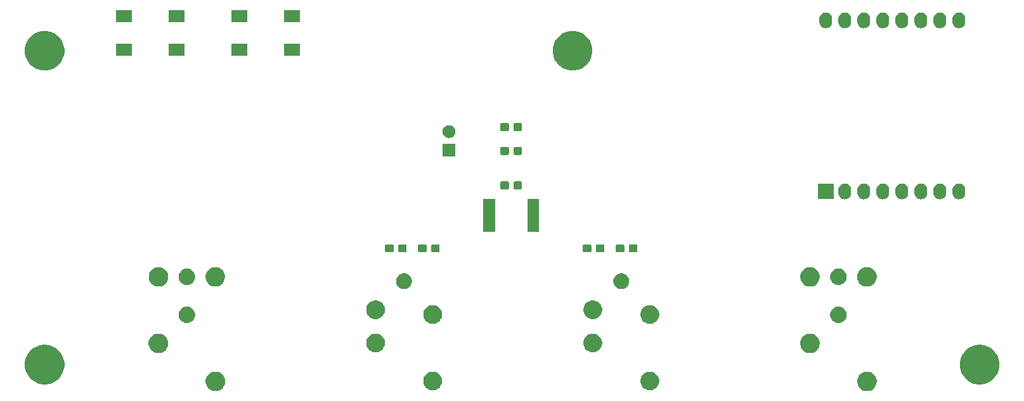
<source format=gbr>
G04 #@! TF.GenerationSoftware,KiCad,Pcbnew,5.1.4+dfsg1-1*
G04 #@! TF.CreationDate,2020-04-24T21:08:45-06:00*
G04 #@! TF.ProjectId,balanced-xlr,62616c61-6e63-4656-942d-786c722e6b69,rev?*
G04 #@! TF.SameCoordinates,Original*
G04 #@! TF.FileFunction,Soldermask,Top*
G04 #@! TF.FilePolarity,Negative*
%FSLAX46Y46*%
G04 Gerber Fmt 4.6, Leading zero omitted, Abs format (unit mm)*
G04 Created by KiCad (PCBNEW 5.1.4+dfsg1-1) date 2020-04-24 21:08:45*
%MOMM*%
%LPD*%
G04 APERTURE LIST*
%ADD10C,0.100000*%
G04 APERTURE END LIST*
D10*
G36*
X155689487Y-129138996D02*
G01*
X155912516Y-129231378D01*
X155926255Y-129237069D01*
X156139339Y-129379447D01*
X156320553Y-129560661D01*
X156445349Y-129747431D01*
X156462932Y-129773747D01*
X156561004Y-130010513D01*
X156611000Y-130261861D01*
X156611000Y-130518139D01*
X156561004Y-130769487D01*
X156493453Y-130932569D01*
X156462931Y-131006255D01*
X156320553Y-131219339D01*
X156139339Y-131400553D01*
X155926255Y-131542931D01*
X155926254Y-131542932D01*
X155926253Y-131542932D01*
X155689487Y-131641004D01*
X155438139Y-131691000D01*
X155181861Y-131691000D01*
X154930513Y-131641004D01*
X154693747Y-131542932D01*
X154693746Y-131542932D01*
X154693745Y-131542931D01*
X154480661Y-131400553D01*
X154299447Y-131219339D01*
X154157069Y-131006255D01*
X154126547Y-130932569D01*
X154058996Y-130769487D01*
X154009000Y-130518139D01*
X154009000Y-130261861D01*
X154058996Y-130010513D01*
X154157068Y-129773747D01*
X154174652Y-129747431D01*
X154299447Y-129560661D01*
X154480661Y-129379447D01*
X154693745Y-129237069D01*
X154707484Y-129231378D01*
X154930513Y-129138996D01*
X155181861Y-129089000D01*
X155438139Y-129089000D01*
X155689487Y-129138996D01*
X155689487Y-129138996D01*
G37*
G36*
X68689487Y-129138996D02*
G01*
X68912516Y-129231378D01*
X68926255Y-129237069D01*
X69139339Y-129379447D01*
X69320553Y-129560661D01*
X69445349Y-129747431D01*
X69462932Y-129773747D01*
X69561004Y-130010513D01*
X69611000Y-130261861D01*
X69611000Y-130518139D01*
X69561004Y-130769487D01*
X69493453Y-130932569D01*
X69462931Y-131006255D01*
X69320553Y-131219339D01*
X69139339Y-131400553D01*
X68926255Y-131542931D01*
X68926254Y-131542932D01*
X68926253Y-131542932D01*
X68689487Y-131641004D01*
X68438139Y-131691000D01*
X68181861Y-131691000D01*
X67930513Y-131641004D01*
X67693747Y-131542932D01*
X67693746Y-131542932D01*
X67693745Y-131542931D01*
X67480661Y-131400553D01*
X67299447Y-131219339D01*
X67157069Y-131006255D01*
X67126547Y-130932569D01*
X67058996Y-130769487D01*
X67009000Y-130518139D01*
X67009000Y-130261861D01*
X67058996Y-130010513D01*
X67157068Y-129773747D01*
X67174652Y-129747431D01*
X67299447Y-129560661D01*
X67480661Y-129379447D01*
X67693745Y-129237069D01*
X67707484Y-129231378D01*
X67930513Y-129138996D01*
X68181861Y-129089000D01*
X68438139Y-129089000D01*
X68689487Y-129138996D01*
X68689487Y-129138996D01*
G37*
G36*
X97674903Y-129137075D02*
G01*
X97902571Y-129231378D01*
X98107466Y-129368285D01*
X98281715Y-129542534D01*
X98281716Y-129542536D01*
X98418623Y-129747431D01*
X98512925Y-129975097D01*
X98561000Y-130216786D01*
X98561000Y-130463214D01*
X98512925Y-130704903D01*
X98486174Y-130769487D01*
X98418622Y-130932571D01*
X98281715Y-131137466D01*
X98107466Y-131311715D01*
X97902571Y-131448622D01*
X97902570Y-131448623D01*
X97902569Y-131448623D01*
X97674903Y-131542925D01*
X97433214Y-131591000D01*
X97186786Y-131591000D01*
X96945097Y-131542925D01*
X96717431Y-131448623D01*
X96717430Y-131448623D01*
X96717429Y-131448622D01*
X96512534Y-131311715D01*
X96338285Y-131137466D01*
X96201378Y-130932571D01*
X96133827Y-130769487D01*
X96107075Y-130704903D01*
X96059000Y-130463214D01*
X96059000Y-130216786D01*
X96107075Y-129975097D01*
X96201377Y-129747431D01*
X96338284Y-129542536D01*
X96338285Y-129542534D01*
X96512534Y-129368285D01*
X96717429Y-129231378D01*
X96945097Y-129137075D01*
X97186786Y-129089000D01*
X97433214Y-129089000D01*
X97674903Y-129137075D01*
X97674903Y-129137075D01*
G37*
G36*
X126674903Y-129137075D02*
G01*
X126902571Y-129231378D01*
X127107466Y-129368285D01*
X127281715Y-129542534D01*
X127281716Y-129542536D01*
X127418623Y-129747431D01*
X127512925Y-129975097D01*
X127561000Y-130216786D01*
X127561000Y-130463214D01*
X127512925Y-130704903D01*
X127486174Y-130769487D01*
X127418622Y-130932571D01*
X127281715Y-131137466D01*
X127107466Y-131311715D01*
X126902571Y-131448622D01*
X126902570Y-131448623D01*
X126902569Y-131448623D01*
X126674903Y-131542925D01*
X126433214Y-131591000D01*
X126186786Y-131591000D01*
X125945097Y-131542925D01*
X125717431Y-131448623D01*
X125717430Y-131448623D01*
X125717429Y-131448622D01*
X125512534Y-131311715D01*
X125338285Y-131137466D01*
X125201378Y-130932571D01*
X125133827Y-130769487D01*
X125107075Y-130704903D01*
X125059000Y-130463214D01*
X125059000Y-130216786D01*
X125107075Y-129975097D01*
X125201377Y-129747431D01*
X125338284Y-129542536D01*
X125338285Y-129542534D01*
X125512534Y-129368285D01*
X125717429Y-129231378D01*
X125945097Y-129137075D01*
X126186786Y-129089000D01*
X126433214Y-129089000D01*
X126674903Y-129137075D01*
X126674903Y-129137075D01*
G37*
G36*
X46017184Y-125549938D02*
G01*
X46273268Y-125600876D01*
X46331274Y-125624903D01*
X46755718Y-125800713D01*
X46943601Y-125926253D01*
X47189914Y-126090834D01*
X47559166Y-126460086D01*
X47705212Y-126678659D01*
X47849287Y-126894282D01*
X48049124Y-127376733D01*
X48151000Y-127888898D01*
X48151000Y-128411102D01*
X48049124Y-128923267D01*
X47849287Y-129405718D01*
X47849286Y-129405719D01*
X47559166Y-129839914D01*
X47189914Y-130209166D01*
X47178508Y-130216787D01*
X46755718Y-130499287D01*
X46473105Y-130616349D01*
X46273268Y-130699124D01*
X46017184Y-130750062D01*
X45761102Y-130801000D01*
X45238898Y-130801000D01*
X44982816Y-130750062D01*
X44726732Y-130699124D01*
X44526895Y-130616349D01*
X44244282Y-130499287D01*
X43821492Y-130216787D01*
X43810086Y-130209166D01*
X43440834Y-129839914D01*
X43150714Y-129405719D01*
X43150713Y-129405718D01*
X42950876Y-128923267D01*
X42849000Y-128411102D01*
X42849000Y-127888898D01*
X42950876Y-127376733D01*
X43150713Y-126894282D01*
X43294788Y-126678659D01*
X43440834Y-126460086D01*
X43810086Y-126090834D01*
X44056399Y-125926253D01*
X44244282Y-125800713D01*
X44668726Y-125624903D01*
X44726732Y-125600876D01*
X44982816Y-125549938D01*
X45238898Y-125499000D01*
X45761102Y-125499000D01*
X46017184Y-125549938D01*
X46017184Y-125549938D01*
G37*
G36*
X170867184Y-125549938D02*
G01*
X171123268Y-125600876D01*
X171181274Y-125624903D01*
X171605718Y-125800713D01*
X171793601Y-125926253D01*
X172039914Y-126090834D01*
X172409166Y-126460086D01*
X172555212Y-126678659D01*
X172699287Y-126894282D01*
X172899124Y-127376733D01*
X173001000Y-127888898D01*
X173001000Y-128411102D01*
X172899124Y-128923267D01*
X172699287Y-129405718D01*
X172699286Y-129405719D01*
X172409166Y-129839914D01*
X172039914Y-130209166D01*
X172028508Y-130216787D01*
X171605718Y-130499287D01*
X171323105Y-130616349D01*
X171123268Y-130699124D01*
X170867184Y-130750062D01*
X170611102Y-130801000D01*
X170088898Y-130801000D01*
X169832816Y-130750062D01*
X169576732Y-130699124D01*
X169376895Y-130616349D01*
X169094282Y-130499287D01*
X168671492Y-130216787D01*
X168660086Y-130209166D01*
X168290834Y-129839914D01*
X168000714Y-129405719D01*
X168000713Y-129405718D01*
X167800876Y-128923267D01*
X167699000Y-128411102D01*
X167699000Y-127888898D01*
X167800876Y-127376733D01*
X168000713Y-126894282D01*
X168144788Y-126678659D01*
X168290834Y-126460086D01*
X168660086Y-126090834D01*
X168906399Y-125926253D01*
X169094282Y-125800713D01*
X169518726Y-125624903D01*
X169576732Y-125600876D01*
X169832816Y-125549938D01*
X170088898Y-125499000D01*
X170611102Y-125499000D01*
X170867184Y-125549938D01*
X170867184Y-125549938D01*
G37*
G36*
X148069487Y-124058996D02*
G01*
X148292516Y-124151378D01*
X148306255Y-124157069D01*
X148519339Y-124299447D01*
X148700553Y-124480661D01*
X148825349Y-124667431D01*
X148842932Y-124693747D01*
X148941004Y-124930513D01*
X148991000Y-125181861D01*
X148991000Y-125438139D01*
X148941004Y-125689487D01*
X148894932Y-125800714D01*
X148842931Y-125926255D01*
X148700553Y-126139339D01*
X148519339Y-126320553D01*
X148306255Y-126462931D01*
X148306254Y-126462932D01*
X148306253Y-126462932D01*
X148069487Y-126561004D01*
X147818139Y-126611000D01*
X147561861Y-126611000D01*
X147310513Y-126561004D01*
X147073747Y-126462932D01*
X147073746Y-126462932D01*
X147073745Y-126462931D01*
X146860661Y-126320553D01*
X146679447Y-126139339D01*
X146537069Y-125926255D01*
X146485068Y-125800714D01*
X146438996Y-125689487D01*
X146389000Y-125438139D01*
X146389000Y-125181861D01*
X146438996Y-124930513D01*
X146537068Y-124693747D01*
X146554652Y-124667431D01*
X146679447Y-124480661D01*
X146860661Y-124299447D01*
X147073745Y-124157069D01*
X147087484Y-124151378D01*
X147310513Y-124058996D01*
X147561861Y-124009000D01*
X147818139Y-124009000D01*
X148069487Y-124058996D01*
X148069487Y-124058996D01*
G37*
G36*
X61069487Y-124058996D02*
G01*
X61292516Y-124151378D01*
X61306255Y-124157069D01*
X61519339Y-124299447D01*
X61700553Y-124480661D01*
X61825349Y-124667431D01*
X61842932Y-124693747D01*
X61941004Y-124930513D01*
X61991000Y-125181861D01*
X61991000Y-125438139D01*
X61941004Y-125689487D01*
X61894932Y-125800714D01*
X61842931Y-125926255D01*
X61700553Y-126139339D01*
X61519339Y-126320553D01*
X61306255Y-126462931D01*
X61306254Y-126462932D01*
X61306253Y-126462932D01*
X61069487Y-126561004D01*
X60818139Y-126611000D01*
X60561861Y-126611000D01*
X60310513Y-126561004D01*
X60073747Y-126462932D01*
X60073746Y-126462932D01*
X60073745Y-126462931D01*
X59860661Y-126320553D01*
X59679447Y-126139339D01*
X59537069Y-125926255D01*
X59485068Y-125800714D01*
X59438996Y-125689487D01*
X59389000Y-125438139D01*
X59389000Y-125181861D01*
X59438996Y-124930513D01*
X59537068Y-124693747D01*
X59554652Y-124667431D01*
X59679447Y-124480661D01*
X59860661Y-124299447D01*
X60073745Y-124157069D01*
X60087484Y-124151378D01*
X60310513Y-124058996D01*
X60561861Y-124009000D01*
X60818139Y-124009000D01*
X61069487Y-124058996D01*
X61069487Y-124058996D01*
G37*
G36*
X90054903Y-124057075D02*
G01*
X90282571Y-124151378D01*
X90487466Y-124288285D01*
X90661715Y-124462534D01*
X90661716Y-124462536D01*
X90798623Y-124667431D01*
X90892925Y-124895097D01*
X90941000Y-125136786D01*
X90941000Y-125383214D01*
X90892925Y-125624903D01*
X90866174Y-125689487D01*
X90798622Y-125852571D01*
X90661715Y-126057466D01*
X90487466Y-126231715D01*
X90282571Y-126368622D01*
X90282570Y-126368623D01*
X90282569Y-126368623D01*
X90054903Y-126462925D01*
X89813214Y-126511000D01*
X89566786Y-126511000D01*
X89325097Y-126462925D01*
X89097431Y-126368623D01*
X89097430Y-126368623D01*
X89097429Y-126368622D01*
X88892534Y-126231715D01*
X88718285Y-126057466D01*
X88581378Y-125852571D01*
X88513827Y-125689487D01*
X88487075Y-125624903D01*
X88439000Y-125383214D01*
X88439000Y-125136786D01*
X88487075Y-124895097D01*
X88581377Y-124667431D01*
X88718284Y-124462536D01*
X88718285Y-124462534D01*
X88892534Y-124288285D01*
X89097429Y-124151378D01*
X89325097Y-124057075D01*
X89566786Y-124009000D01*
X89813214Y-124009000D01*
X90054903Y-124057075D01*
X90054903Y-124057075D01*
G37*
G36*
X119054903Y-124057075D02*
G01*
X119282571Y-124151378D01*
X119487466Y-124288285D01*
X119661715Y-124462534D01*
X119661716Y-124462536D01*
X119798623Y-124667431D01*
X119892925Y-124895097D01*
X119941000Y-125136786D01*
X119941000Y-125383214D01*
X119892925Y-125624903D01*
X119866174Y-125689487D01*
X119798622Y-125852571D01*
X119661715Y-126057466D01*
X119487466Y-126231715D01*
X119282571Y-126368622D01*
X119282570Y-126368623D01*
X119282569Y-126368623D01*
X119054903Y-126462925D01*
X118813214Y-126511000D01*
X118566786Y-126511000D01*
X118325097Y-126462925D01*
X118097431Y-126368623D01*
X118097430Y-126368623D01*
X118097429Y-126368622D01*
X117892534Y-126231715D01*
X117718285Y-126057466D01*
X117581378Y-125852571D01*
X117513827Y-125689487D01*
X117487075Y-125624903D01*
X117439000Y-125383214D01*
X117439000Y-125136786D01*
X117487075Y-124895097D01*
X117581377Y-124667431D01*
X117718284Y-124462536D01*
X117718285Y-124462534D01*
X117892534Y-124288285D01*
X118097429Y-124151378D01*
X118325097Y-124057075D01*
X118566786Y-124009000D01*
X118813214Y-124009000D01*
X119054903Y-124057075D01*
X119054903Y-124057075D01*
G37*
G36*
X97550999Y-120222429D02*
G01*
X97674903Y-120247075D01*
X97902571Y-120341378D01*
X98107466Y-120478285D01*
X98281715Y-120652534D01*
X98418622Y-120857429D01*
X98512925Y-121085097D01*
X98561000Y-121326787D01*
X98561000Y-121573213D01*
X98512925Y-121814903D01*
X98418622Y-122042571D01*
X98281715Y-122247466D01*
X98107466Y-122421715D01*
X97902571Y-122558622D01*
X97902570Y-122558623D01*
X97902569Y-122558623D01*
X97674903Y-122652925D01*
X97433214Y-122701000D01*
X97186786Y-122701000D01*
X96945097Y-122652925D01*
X96717431Y-122558623D01*
X96717430Y-122558623D01*
X96717429Y-122558622D01*
X96512534Y-122421715D01*
X96338285Y-122247466D01*
X96201378Y-122042571D01*
X96107075Y-121814903D01*
X96059000Y-121573213D01*
X96059000Y-121326787D01*
X96107075Y-121085097D01*
X96201378Y-120857429D01*
X96338285Y-120652534D01*
X96512534Y-120478285D01*
X96717429Y-120341378D01*
X96945097Y-120247075D01*
X97069001Y-120222429D01*
X97186786Y-120199000D01*
X97433214Y-120199000D01*
X97550999Y-120222429D01*
X97550999Y-120222429D01*
G37*
G36*
X126550999Y-120222429D02*
G01*
X126674903Y-120247075D01*
X126902571Y-120341378D01*
X127107466Y-120478285D01*
X127281715Y-120652534D01*
X127418622Y-120857429D01*
X127512925Y-121085097D01*
X127561000Y-121326787D01*
X127561000Y-121573213D01*
X127512925Y-121814903D01*
X127418622Y-122042571D01*
X127281715Y-122247466D01*
X127107466Y-122421715D01*
X126902571Y-122558622D01*
X126902570Y-122558623D01*
X126902569Y-122558623D01*
X126674903Y-122652925D01*
X126433214Y-122701000D01*
X126186786Y-122701000D01*
X125945097Y-122652925D01*
X125717431Y-122558623D01*
X125717430Y-122558623D01*
X125717429Y-122558622D01*
X125512534Y-122421715D01*
X125338285Y-122247466D01*
X125201378Y-122042571D01*
X125107075Y-121814903D01*
X125059000Y-121573213D01*
X125059000Y-121326787D01*
X125107075Y-121085097D01*
X125201378Y-120857429D01*
X125338285Y-120652534D01*
X125512534Y-120478285D01*
X125717429Y-120341378D01*
X125945097Y-120247075D01*
X126069001Y-120222429D01*
X126186786Y-120199000D01*
X126433214Y-120199000D01*
X126550999Y-120222429D01*
X126550999Y-120222429D01*
G37*
G36*
X151714794Y-120420155D02*
G01*
X151821150Y-120441311D01*
X151910410Y-120478284D01*
X152021520Y-120524307D01*
X152201844Y-120644795D01*
X152355205Y-120798156D01*
X152475693Y-120978480D01*
X152558689Y-121178851D01*
X152601000Y-121391560D01*
X152601000Y-121608440D01*
X152600199Y-121612466D01*
X152559932Y-121814903D01*
X152558689Y-121821149D01*
X152475693Y-122021520D01*
X152355205Y-122201844D01*
X152201844Y-122355205D01*
X152021520Y-122475693D01*
X151821150Y-122558689D01*
X151714794Y-122579845D01*
X151608440Y-122601000D01*
X151391560Y-122601000D01*
X151285206Y-122579845D01*
X151178850Y-122558689D01*
X150978480Y-122475693D01*
X150798156Y-122355205D01*
X150644795Y-122201844D01*
X150524307Y-122021520D01*
X150441311Y-121821149D01*
X150440069Y-121814903D01*
X150399801Y-121612466D01*
X150399000Y-121608440D01*
X150399000Y-121391560D01*
X150441311Y-121178851D01*
X150524307Y-120978480D01*
X150644795Y-120798156D01*
X150798156Y-120644795D01*
X150978480Y-120524307D01*
X151089590Y-120478284D01*
X151178850Y-120441311D01*
X151285206Y-120420155D01*
X151391560Y-120399000D01*
X151608440Y-120399000D01*
X151714794Y-120420155D01*
X151714794Y-120420155D01*
G37*
G36*
X64714794Y-120420155D02*
G01*
X64821150Y-120441311D01*
X64910410Y-120478284D01*
X65021520Y-120524307D01*
X65201844Y-120644795D01*
X65355205Y-120798156D01*
X65475693Y-120978480D01*
X65558689Y-121178851D01*
X65601000Y-121391560D01*
X65601000Y-121608440D01*
X65600199Y-121612466D01*
X65559932Y-121814903D01*
X65558689Y-121821149D01*
X65475693Y-122021520D01*
X65355205Y-122201844D01*
X65201844Y-122355205D01*
X65021520Y-122475693D01*
X64821150Y-122558689D01*
X64714794Y-122579845D01*
X64608440Y-122601000D01*
X64391560Y-122601000D01*
X64285206Y-122579845D01*
X64178850Y-122558689D01*
X63978480Y-122475693D01*
X63798156Y-122355205D01*
X63644795Y-122201844D01*
X63524307Y-122021520D01*
X63441311Y-121821149D01*
X63440069Y-121814903D01*
X63399801Y-121612466D01*
X63399000Y-121608440D01*
X63399000Y-121391560D01*
X63441311Y-121178851D01*
X63524307Y-120978480D01*
X63644795Y-120798156D01*
X63798156Y-120644795D01*
X63978480Y-120524307D01*
X64089590Y-120478284D01*
X64178850Y-120441311D01*
X64285206Y-120420155D01*
X64391560Y-120399000D01*
X64608440Y-120399000D01*
X64714794Y-120420155D01*
X64714794Y-120420155D01*
G37*
G36*
X90054903Y-119612075D02*
G01*
X90282571Y-119706378D01*
X90487466Y-119843285D01*
X90661715Y-120017534D01*
X90661716Y-120017536D01*
X90798623Y-120222431D01*
X90892925Y-120450097D01*
X90941000Y-120691786D01*
X90941000Y-120938214D01*
X90932990Y-120978481D01*
X90892925Y-121179903D01*
X90798622Y-121407571D01*
X90661715Y-121612466D01*
X90487466Y-121786715D01*
X90282571Y-121923622D01*
X90282570Y-121923623D01*
X90282569Y-121923623D01*
X90054903Y-122017925D01*
X89813214Y-122066000D01*
X89566786Y-122066000D01*
X89325097Y-122017925D01*
X89097431Y-121923623D01*
X89097430Y-121923623D01*
X89097429Y-121923622D01*
X88892534Y-121786715D01*
X88718285Y-121612466D01*
X88581378Y-121407571D01*
X88487075Y-121179903D01*
X88447010Y-120978481D01*
X88439000Y-120938214D01*
X88439000Y-120691786D01*
X88487075Y-120450097D01*
X88581377Y-120222431D01*
X88718284Y-120017536D01*
X88718285Y-120017534D01*
X88892534Y-119843285D01*
X89097429Y-119706378D01*
X89325097Y-119612075D01*
X89566786Y-119564000D01*
X89813214Y-119564000D01*
X90054903Y-119612075D01*
X90054903Y-119612075D01*
G37*
G36*
X119054903Y-119612075D02*
G01*
X119282571Y-119706378D01*
X119487466Y-119843285D01*
X119661715Y-120017534D01*
X119661716Y-120017536D01*
X119798623Y-120222431D01*
X119892925Y-120450097D01*
X119941000Y-120691786D01*
X119941000Y-120938214D01*
X119932990Y-120978481D01*
X119892925Y-121179903D01*
X119798622Y-121407571D01*
X119661715Y-121612466D01*
X119487466Y-121786715D01*
X119282571Y-121923622D01*
X119282570Y-121923623D01*
X119282569Y-121923623D01*
X119054903Y-122017925D01*
X118813214Y-122066000D01*
X118566786Y-122066000D01*
X118325097Y-122017925D01*
X118097431Y-121923623D01*
X118097430Y-121923623D01*
X118097429Y-121923622D01*
X117892534Y-121786715D01*
X117718285Y-121612466D01*
X117581378Y-121407571D01*
X117487075Y-121179903D01*
X117447010Y-120978481D01*
X117439000Y-120938214D01*
X117439000Y-120691786D01*
X117487075Y-120450097D01*
X117581377Y-120222431D01*
X117718284Y-120017536D01*
X117718285Y-120017534D01*
X117892534Y-119843285D01*
X118097429Y-119706378D01*
X118325097Y-119612075D01*
X118566786Y-119564000D01*
X118813214Y-119564000D01*
X119054903Y-119612075D01*
X119054903Y-119612075D01*
G37*
G36*
X93806564Y-115989389D02*
G01*
X93997833Y-116068615D01*
X93997835Y-116068616D01*
X94169973Y-116183635D01*
X94316365Y-116330027D01*
X94431385Y-116502167D01*
X94510611Y-116693436D01*
X94551000Y-116896484D01*
X94551000Y-117103516D01*
X94510611Y-117306564D01*
X94431385Y-117497833D01*
X94431384Y-117497835D01*
X94316365Y-117669973D01*
X94169973Y-117816365D01*
X93997835Y-117931384D01*
X93997834Y-117931385D01*
X93997833Y-117931385D01*
X93806564Y-118010611D01*
X93603516Y-118051000D01*
X93396484Y-118051000D01*
X93193436Y-118010611D01*
X93002167Y-117931385D01*
X93002166Y-117931385D01*
X93002165Y-117931384D01*
X92830027Y-117816365D01*
X92683635Y-117669973D01*
X92568616Y-117497835D01*
X92568615Y-117497833D01*
X92489389Y-117306564D01*
X92449000Y-117103516D01*
X92449000Y-116896484D01*
X92489389Y-116693436D01*
X92568615Y-116502167D01*
X92683635Y-116330027D01*
X92830027Y-116183635D01*
X93002165Y-116068616D01*
X93002167Y-116068615D01*
X93193436Y-115989389D01*
X93396484Y-115949000D01*
X93603516Y-115949000D01*
X93806564Y-115989389D01*
X93806564Y-115989389D01*
G37*
G36*
X122806564Y-115989389D02*
G01*
X122997833Y-116068615D01*
X122997835Y-116068616D01*
X123169973Y-116183635D01*
X123316365Y-116330027D01*
X123431385Y-116502167D01*
X123510611Y-116693436D01*
X123551000Y-116896484D01*
X123551000Y-117103516D01*
X123510611Y-117306564D01*
X123431385Y-117497833D01*
X123431384Y-117497835D01*
X123316365Y-117669973D01*
X123169973Y-117816365D01*
X122997835Y-117931384D01*
X122997834Y-117931385D01*
X122997833Y-117931385D01*
X122806564Y-118010611D01*
X122603516Y-118051000D01*
X122396484Y-118051000D01*
X122193436Y-118010611D01*
X122002167Y-117931385D01*
X122002166Y-117931385D01*
X122002165Y-117931384D01*
X121830027Y-117816365D01*
X121683635Y-117669973D01*
X121568616Y-117497835D01*
X121568615Y-117497833D01*
X121489389Y-117306564D01*
X121449000Y-117103516D01*
X121449000Y-116896484D01*
X121489389Y-116693436D01*
X121568615Y-116502167D01*
X121683635Y-116330027D01*
X121830027Y-116183635D01*
X122002165Y-116068616D01*
X122002167Y-116068615D01*
X122193436Y-115989389D01*
X122396484Y-115949000D01*
X122603516Y-115949000D01*
X122806564Y-115989389D01*
X122806564Y-115989389D01*
G37*
G36*
X68679487Y-115168996D02*
G01*
X68916253Y-115267068D01*
X68916255Y-115267069D01*
X68993975Y-115319000D01*
X69129339Y-115409447D01*
X69310553Y-115590661D01*
X69452932Y-115803747D01*
X69551004Y-116040513D01*
X69601000Y-116291861D01*
X69601000Y-116548139D01*
X69551004Y-116799487D01*
X69452932Y-117036253D01*
X69452931Y-117036255D01*
X69310553Y-117249339D01*
X69129339Y-117430553D01*
X68916255Y-117572931D01*
X68916254Y-117572932D01*
X68916253Y-117572932D01*
X68679487Y-117671004D01*
X68428139Y-117721000D01*
X68171861Y-117721000D01*
X67920513Y-117671004D01*
X67683747Y-117572932D01*
X67683746Y-117572932D01*
X67683745Y-117572931D01*
X67470661Y-117430553D01*
X67289447Y-117249339D01*
X67147069Y-117036255D01*
X67147068Y-117036253D01*
X67048996Y-116799487D01*
X66999000Y-116548139D01*
X66999000Y-116291861D01*
X67048996Y-116040513D01*
X67147068Y-115803747D01*
X67289447Y-115590661D01*
X67470661Y-115409447D01*
X67606025Y-115319000D01*
X67683745Y-115267069D01*
X67683747Y-115267068D01*
X67920513Y-115168996D01*
X68171861Y-115119000D01*
X68428139Y-115119000D01*
X68679487Y-115168996D01*
X68679487Y-115168996D01*
G37*
G36*
X155679487Y-115168996D02*
G01*
X155916253Y-115267068D01*
X155916255Y-115267069D01*
X155993975Y-115319000D01*
X156129339Y-115409447D01*
X156310553Y-115590661D01*
X156452932Y-115803747D01*
X156551004Y-116040513D01*
X156601000Y-116291861D01*
X156601000Y-116548139D01*
X156551004Y-116799487D01*
X156452932Y-117036253D01*
X156452931Y-117036255D01*
X156310553Y-117249339D01*
X156129339Y-117430553D01*
X155916255Y-117572931D01*
X155916254Y-117572932D01*
X155916253Y-117572932D01*
X155679487Y-117671004D01*
X155428139Y-117721000D01*
X155171861Y-117721000D01*
X154920513Y-117671004D01*
X154683747Y-117572932D01*
X154683746Y-117572932D01*
X154683745Y-117572931D01*
X154470661Y-117430553D01*
X154289447Y-117249339D01*
X154147069Y-117036255D01*
X154147068Y-117036253D01*
X154048996Y-116799487D01*
X153999000Y-116548139D01*
X153999000Y-116291861D01*
X154048996Y-116040513D01*
X154147068Y-115803747D01*
X154289447Y-115590661D01*
X154470661Y-115409447D01*
X154606025Y-115319000D01*
X154683745Y-115267069D01*
X154683747Y-115267068D01*
X154920513Y-115168996D01*
X155171861Y-115119000D01*
X155428139Y-115119000D01*
X155679487Y-115168996D01*
X155679487Y-115168996D01*
G37*
G36*
X148079487Y-115168996D02*
G01*
X148316253Y-115267068D01*
X148316255Y-115267069D01*
X148393975Y-115319000D01*
X148529339Y-115409447D01*
X148710553Y-115590661D01*
X148852932Y-115803747D01*
X148951004Y-116040513D01*
X149001000Y-116291861D01*
X149001000Y-116548139D01*
X148951004Y-116799487D01*
X148852932Y-117036253D01*
X148852931Y-117036255D01*
X148710553Y-117249339D01*
X148529339Y-117430553D01*
X148316255Y-117572931D01*
X148316254Y-117572932D01*
X148316253Y-117572932D01*
X148079487Y-117671004D01*
X147828139Y-117721000D01*
X147571861Y-117721000D01*
X147320513Y-117671004D01*
X147083747Y-117572932D01*
X147083746Y-117572932D01*
X147083745Y-117572931D01*
X146870661Y-117430553D01*
X146689447Y-117249339D01*
X146547069Y-117036255D01*
X146547068Y-117036253D01*
X146448996Y-116799487D01*
X146399000Y-116548139D01*
X146399000Y-116291861D01*
X146448996Y-116040513D01*
X146547068Y-115803747D01*
X146689447Y-115590661D01*
X146870661Y-115409447D01*
X147006025Y-115319000D01*
X147083745Y-115267069D01*
X147083747Y-115267068D01*
X147320513Y-115168996D01*
X147571861Y-115119000D01*
X147828139Y-115119000D01*
X148079487Y-115168996D01*
X148079487Y-115168996D01*
G37*
G36*
X61079487Y-115168996D02*
G01*
X61316253Y-115267068D01*
X61316255Y-115267069D01*
X61393975Y-115319000D01*
X61529339Y-115409447D01*
X61710553Y-115590661D01*
X61852932Y-115803747D01*
X61951004Y-116040513D01*
X62001000Y-116291861D01*
X62001000Y-116548139D01*
X61951004Y-116799487D01*
X61852932Y-117036253D01*
X61852931Y-117036255D01*
X61710553Y-117249339D01*
X61529339Y-117430553D01*
X61316255Y-117572931D01*
X61316254Y-117572932D01*
X61316253Y-117572932D01*
X61079487Y-117671004D01*
X60828139Y-117721000D01*
X60571861Y-117721000D01*
X60320513Y-117671004D01*
X60083747Y-117572932D01*
X60083746Y-117572932D01*
X60083745Y-117572931D01*
X59870661Y-117430553D01*
X59689447Y-117249339D01*
X59547069Y-117036255D01*
X59547068Y-117036253D01*
X59448996Y-116799487D01*
X59399000Y-116548139D01*
X59399000Y-116291861D01*
X59448996Y-116040513D01*
X59547068Y-115803747D01*
X59689447Y-115590661D01*
X59870661Y-115409447D01*
X60006025Y-115319000D01*
X60083745Y-115267069D01*
X60083747Y-115267068D01*
X60320513Y-115168996D01*
X60571861Y-115119000D01*
X60828139Y-115119000D01*
X61079487Y-115168996D01*
X61079487Y-115168996D01*
G37*
G36*
X151714795Y-115340156D02*
G01*
X151821150Y-115361311D01*
X152021520Y-115444307D01*
X152201844Y-115564795D01*
X152355205Y-115718156D01*
X152475693Y-115898480D01*
X152475693Y-115898481D01*
X152546166Y-116068616D01*
X152558689Y-116098851D01*
X152601000Y-116311560D01*
X152601000Y-116528440D01*
X152558689Y-116741149D01*
X152475693Y-116941520D01*
X152355205Y-117121844D01*
X152201844Y-117275205D01*
X152021520Y-117395693D01*
X151937360Y-117430553D01*
X151821150Y-117478689D01*
X151724907Y-117497833D01*
X151608440Y-117521000D01*
X151391560Y-117521000D01*
X151275093Y-117497833D01*
X151178850Y-117478689D01*
X151062640Y-117430553D01*
X150978480Y-117395693D01*
X150798156Y-117275205D01*
X150644795Y-117121844D01*
X150524307Y-116941520D01*
X150441311Y-116741149D01*
X150399000Y-116528440D01*
X150399000Y-116311560D01*
X150441311Y-116098851D01*
X150453835Y-116068616D01*
X150524307Y-115898481D01*
X150524307Y-115898480D01*
X150644795Y-115718156D01*
X150798156Y-115564795D01*
X150978480Y-115444307D01*
X151178850Y-115361311D01*
X151285205Y-115340156D01*
X151391560Y-115319000D01*
X151608440Y-115319000D01*
X151714795Y-115340156D01*
X151714795Y-115340156D01*
G37*
G36*
X64714795Y-115340156D02*
G01*
X64821150Y-115361311D01*
X65021520Y-115444307D01*
X65201844Y-115564795D01*
X65355205Y-115718156D01*
X65475693Y-115898480D01*
X65475693Y-115898481D01*
X65546166Y-116068616D01*
X65558689Y-116098851D01*
X65601000Y-116311560D01*
X65601000Y-116528440D01*
X65558689Y-116741149D01*
X65475693Y-116941520D01*
X65355205Y-117121844D01*
X65201844Y-117275205D01*
X65021520Y-117395693D01*
X64937360Y-117430553D01*
X64821150Y-117478689D01*
X64724907Y-117497833D01*
X64608440Y-117521000D01*
X64391560Y-117521000D01*
X64275093Y-117497833D01*
X64178850Y-117478689D01*
X64062640Y-117430553D01*
X63978480Y-117395693D01*
X63798156Y-117275205D01*
X63644795Y-117121844D01*
X63524307Y-116941520D01*
X63441311Y-116741149D01*
X63399000Y-116528440D01*
X63399000Y-116311560D01*
X63441311Y-116098851D01*
X63453835Y-116068616D01*
X63524307Y-115898481D01*
X63524307Y-115898480D01*
X63644795Y-115718156D01*
X63798156Y-115564795D01*
X63978480Y-115444307D01*
X64178850Y-115361311D01*
X64285205Y-115340156D01*
X64391560Y-115319000D01*
X64608440Y-115319000D01*
X64714795Y-115340156D01*
X64714795Y-115340156D01*
G37*
G36*
X93689499Y-112078445D02*
G01*
X93726995Y-112089820D01*
X93761554Y-112108292D01*
X93791847Y-112133153D01*
X93816708Y-112163446D01*
X93835180Y-112198005D01*
X93846555Y-112235501D01*
X93851000Y-112280638D01*
X93851000Y-112919362D01*
X93846555Y-112964499D01*
X93835180Y-113001995D01*
X93816708Y-113036554D01*
X93791847Y-113066847D01*
X93761554Y-113091708D01*
X93726995Y-113110180D01*
X93689499Y-113121555D01*
X93644362Y-113126000D01*
X92905638Y-113126000D01*
X92860501Y-113121555D01*
X92823005Y-113110180D01*
X92788446Y-113091708D01*
X92758153Y-113066847D01*
X92733292Y-113036554D01*
X92714820Y-113001995D01*
X92703445Y-112964499D01*
X92699000Y-112919362D01*
X92699000Y-112280638D01*
X92703445Y-112235501D01*
X92714820Y-112198005D01*
X92733292Y-112163446D01*
X92758153Y-112133153D01*
X92788446Y-112108292D01*
X92823005Y-112089820D01*
X92860501Y-112078445D01*
X92905638Y-112074000D01*
X93644362Y-112074000D01*
X93689499Y-112078445D01*
X93689499Y-112078445D01*
G37*
G36*
X91939499Y-112078445D02*
G01*
X91976995Y-112089820D01*
X92011554Y-112108292D01*
X92041847Y-112133153D01*
X92066708Y-112163446D01*
X92085180Y-112198005D01*
X92096555Y-112235501D01*
X92101000Y-112280638D01*
X92101000Y-112919362D01*
X92096555Y-112964499D01*
X92085180Y-113001995D01*
X92066708Y-113036554D01*
X92041847Y-113066847D01*
X92011554Y-113091708D01*
X91976995Y-113110180D01*
X91939499Y-113121555D01*
X91894362Y-113126000D01*
X91155638Y-113126000D01*
X91110501Y-113121555D01*
X91073005Y-113110180D01*
X91038446Y-113091708D01*
X91008153Y-113066847D01*
X90983292Y-113036554D01*
X90964820Y-113001995D01*
X90953445Y-112964499D01*
X90949000Y-112919362D01*
X90949000Y-112280638D01*
X90953445Y-112235501D01*
X90964820Y-112198005D01*
X90983292Y-112163446D01*
X91008153Y-112133153D01*
X91038446Y-112108292D01*
X91073005Y-112089820D01*
X91110501Y-112078445D01*
X91155638Y-112074000D01*
X91894362Y-112074000D01*
X91939499Y-112078445D01*
X91939499Y-112078445D01*
G37*
G36*
X122739499Y-112078445D02*
G01*
X122776995Y-112089820D01*
X122811554Y-112108292D01*
X122841847Y-112133153D01*
X122866708Y-112163446D01*
X122885180Y-112198005D01*
X122896555Y-112235501D01*
X122901000Y-112280638D01*
X122901000Y-112919362D01*
X122896555Y-112964499D01*
X122885180Y-113001995D01*
X122866708Y-113036554D01*
X122841847Y-113066847D01*
X122811554Y-113091708D01*
X122776995Y-113110180D01*
X122739499Y-113121555D01*
X122694362Y-113126000D01*
X121955638Y-113126000D01*
X121910501Y-113121555D01*
X121873005Y-113110180D01*
X121838446Y-113091708D01*
X121808153Y-113066847D01*
X121783292Y-113036554D01*
X121764820Y-113001995D01*
X121753445Y-112964499D01*
X121749000Y-112919362D01*
X121749000Y-112280638D01*
X121753445Y-112235501D01*
X121764820Y-112198005D01*
X121783292Y-112163446D01*
X121808153Y-112133153D01*
X121838446Y-112108292D01*
X121873005Y-112089820D01*
X121910501Y-112078445D01*
X121955638Y-112074000D01*
X122694362Y-112074000D01*
X122739499Y-112078445D01*
X122739499Y-112078445D01*
G37*
G36*
X120089499Y-112078445D02*
G01*
X120126995Y-112089820D01*
X120161554Y-112108292D01*
X120191847Y-112133153D01*
X120216708Y-112163446D01*
X120235180Y-112198005D01*
X120246555Y-112235501D01*
X120251000Y-112280638D01*
X120251000Y-112919362D01*
X120246555Y-112964499D01*
X120235180Y-113001995D01*
X120216708Y-113036554D01*
X120191847Y-113066847D01*
X120161554Y-113091708D01*
X120126995Y-113110180D01*
X120089499Y-113121555D01*
X120044362Y-113126000D01*
X119305638Y-113126000D01*
X119260501Y-113121555D01*
X119223005Y-113110180D01*
X119188446Y-113091708D01*
X119158153Y-113066847D01*
X119133292Y-113036554D01*
X119114820Y-113001995D01*
X119103445Y-112964499D01*
X119099000Y-112919362D01*
X119099000Y-112280638D01*
X119103445Y-112235501D01*
X119114820Y-112198005D01*
X119133292Y-112163446D01*
X119158153Y-112133153D01*
X119188446Y-112108292D01*
X119223005Y-112089820D01*
X119260501Y-112078445D01*
X119305638Y-112074000D01*
X120044362Y-112074000D01*
X120089499Y-112078445D01*
X120089499Y-112078445D01*
G37*
G36*
X124489499Y-112078445D02*
G01*
X124526995Y-112089820D01*
X124561554Y-112108292D01*
X124591847Y-112133153D01*
X124616708Y-112163446D01*
X124635180Y-112198005D01*
X124646555Y-112235501D01*
X124651000Y-112280638D01*
X124651000Y-112919362D01*
X124646555Y-112964499D01*
X124635180Y-113001995D01*
X124616708Y-113036554D01*
X124591847Y-113066847D01*
X124561554Y-113091708D01*
X124526995Y-113110180D01*
X124489499Y-113121555D01*
X124444362Y-113126000D01*
X123705638Y-113126000D01*
X123660501Y-113121555D01*
X123623005Y-113110180D01*
X123588446Y-113091708D01*
X123558153Y-113066847D01*
X123533292Y-113036554D01*
X123514820Y-113001995D01*
X123503445Y-112964499D01*
X123499000Y-112919362D01*
X123499000Y-112280638D01*
X123503445Y-112235501D01*
X123514820Y-112198005D01*
X123533292Y-112163446D01*
X123558153Y-112133153D01*
X123588446Y-112108292D01*
X123623005Y-112089820D01*
X123660501Y-112078445D01*
X123705638Y-112074000D01*
X124444362Y-112074000D01*
X124489499Y-112078445D01*
X124489499Y-112078445D01*
G37*
G36*
X96339499Y-112078445D02*
G01*
X96376995Y-112089820D01*
X96411554Y-112108292D01*
X96441847Y-112133153D01*
X96466708Y-112163446D01*
X96485180Y-112198005D01*
X96496555Y-112235501D01*
X96501000Y-112280638D01*
X96501000Y-112919362D01*
X96496555Y-112964499D01*
X96485180Y-113001995D01*
X96466708Y-113036554D01*
X96441847Y-113066847D01*
X96411554Y-113091708D01*
X96376995Y-113110180D01*
X96339499Y-113121555D01*
X96294362Y-113126000D01*
X95555638Y-113126000D01*
X95510501Y-113121555D01*
X95473005Y-113110180D01*
X95438446Y-113091708D01*
X95408153Y-113066847D01*
X95383292Y-113036554D01*
X95364820Y-113001995D01*
X95353445Y-112964499D01*
X95349000Y-112919362D01*
X95349000Y-112280638D01*
X95353445Y-112235501D01*
X95364820Y-112198005D01*
X95383292Y-112163446D01*
X95408153Y-112133153D01*
X95438446Y-112108292D01*
X95473005Y-112089820D01*
X95510501Y-112078445D01*
X95555638Y-112074000D01*
X96294362Y-112074000D01*
X96339499Y-112078445D01*
X96339499Y-112078445D01*
G37*
G36*
X98089499Y-112078445D02*
G01*
X98126995Y-112089820D01*
X98161554Y-112108292D01*
X98191847Y-112133153D01*
X98216708Y-112163446D01*
X98235180Y-112198005D01*
X98246555Y-112235501D01*
X98251000Y-112280638D01*
X98251000Y-112919362D01*
X98246555Y-112964499D01*
X98235180Y-113001995D01*
X98216708Y-113036554D01*
X98191847Y-113066847D01*
X98161554Y-113091708D01*
X98126995Y-113110180D01*
X98089499Y-113121555D01*
X98044362Y-113126000D01*
X97305638Y-113126000D01*
X97260501Y-113121555D01*
X97223005Y-113110180D01*
X97188446Y-113091708D01*
X97158153Y-113066847D01*
X97133292Y-113036554D01*
X97114820Y-113001995D01*
X97103445Y-112964499D01*
X97099000Y-112919362D01*
X97099000Y-112280638D01*
X97103445Y-112235501D01*
X97114820Y-112198005D01*
X97133292Y-112163446D01*
X97158153Y-112133153D01*
X97188446Y-112108292D01*
X97223005Y-112089820D01*
X97260501Y-112078445D01*
X97305638Y-112074000D01*
X98044362Y-112074000D01*
X98089499Y-112078445D01*
X98089499Y-112078445D01*
G37*
G36*
X118339499Y-112078445D02*
G01*
X118376995Y-112089820D01*
X118411554Y-112108292D01*
X118441847Y-112133153D01*
X118466708Y-112163446D01*
X118485180Y-112198005D01*
X118496555Y-112235501D01*
X118501000Y-112280638D01*
X118501000Y-112919362D01*
X118496555Y-112964499D01*
X118485180Y-113001995D01*
X118466708Y-113036554D01*
X118441847Y-113066847D01*
X118411554Y-113091708D01*
X118376995Y-113110180D01*
X118339499Y-113121555D01*
X118294362Y-113126000D01*
X117555638Y-113126000D01*
X117510501Y-113121555D01*
X117473005Y-113110180D01*
X117438446Y-113091708D01*
X117408153Y-113066847D01*
X117383292Y-113036554D01*
X117364820Y-113001995D01*
X117353445Y-112964499D01*
X117349000Y-112919362D01*
X117349000Y-112280638D01*
X117353445Y-112235501D01*
X117364820Y-112198005D01*
X117383292Y-112163446D01*
X117408153Y-112133153D01*
X117438446Y-112108292D01*
X117473005Y-112089820D01*
X117510501Y-112078445D01*
X117555638Y-112074000D01*
X118294362Y-112074000D01*
X118339499Y-112078445D01*
X118339499Y-112078445D01*
G37*
G36*
X111526000Y-110426000D02*
G01*
X109974000Y-110426000D01*
X109974000Y-105974000D01*
X111526000Y-105974000D01*
X111526000Y-110426000D01*
X111526000Y-110426000D01*
G37*
G36*
X105626000Y-110426000D02*
G01*
X104074000Y-110426000D01*
X104074000Y-105974000D01*
X105626000Y-105974000D01*
X105626000Y-110426000D01*
X105626000Y-110426000D01*
G37*
G36*
X162666822Y-103961313D02*
G01*
X162827241Y-104009976D01*
X162975077Y-104088995D01*
X163104659Y-104195341D01*
X163211004Y-104324922D01*
X163211005Y-104324924D01*
X163290024Y-104472758D01*
X163338687Y-104633177D01*
X163351000Y-104758196D01*
X163351000Y-105241803D01*
X163338687Y-105366822D01*
X163290024Y-105527242D01*
X163219114Y-105659906D01*
X163211004Y-105675078D01*
X163104659Y-105804659D01*
X162975078Y-105911004D01*
X162975076Y-105911005D01*
X162827242Y-105990024D01*
X162666823Y-106038687D01*
X162500000Y-106055117D01*
X162333178Y-106038687D01*
X162172759Y-105990024D01*
X162024925Y-105911005D01*
X162024923Y-105911004D01*
X161895342Y-105804659D01*
X161788996Y-105675078D01*
X161780886Y-105659906D01*
X161709976Y-105527242D01*
X161661313Y-105366823D01*
X161649000Y-105241804D01*
X161649000Y-104758197D01*
X161661313Y-104633178D01*
X161709976Y-104472759D01*
X161788995Y-104324923D01*
X161895341Y-104195341D01*
X162024922Y-104088996D01*
X162040094Y-104080886D01*
X162172758Y-104009976D01*
X162333177Y-103961313D01*
X162500000Y-103944883D01*
X162666822Y-103961313D01*
X162666822Y-103961313D01*
G37*
G36*
X165206822Y-103961313D02*
G01*
X165367241Y-104009976D01*
X165515077Y-104088995D01*
X165644659Y-104195341D01*
X165751004Y-104324922D01*
X165751005Y-104324924D01*
X165830024Y-104472758D01*
X165878687Y-104633177D01*
X165891000Y-104758196D01*
X165891000Y-105241803D01*
X165878687Y-105366822D01*
X165830024Y-105527242D01*
X165759114Y-105659906D01*
X165751004Y-105675078D01*
X165644659Y-105804659D01*
X165515078Y-105911004D01*
X165515076Y-105911005D01*
X165367242Y-105990024D01*
X165206823Y-106038687D01*
X165040000Y-106055117D01*
X164873178Y-106038687D01*
X164712759Y-105990024D01*
X164564925Y-105911005D01*
X164564923Y-105911004D01*
X164435342Y-105804659D01*
X164328996Y-105675078D01*
X164320886Y-105659906D01*
X164249976Y-105527242D01*
X164201313Y-105366823D01*
X164189000Y-105241804D01*
X164189000Y-104758197D01*
X164201313Y-104633178D01*
X164249976Y-104472759D01*
X164328995Y-104324923D01*
X164435341Y-104195341D01*
X164564922Y-104088996D01*
X164580094Y-104080886D01*
X164712758Y-104009976D01*
X164873177Y-103961313D01*
X165040000Y-103944883D01*
X165206822Y-103961313D01*
X165206822Y-103961313D01*
G37*
G36*
X152506822Y-103961313D02*
G01*
X152667241Y-104009976D01*
X152815077Y-104088995D01*
X152944659Y-104195341D01*
X153051004Y-104324922D01*
X153051005Y-104324924D01*
X153130024Y-104472758D01*
X153178687Y-104633177D01*
X153191000Y-104758196D01*
X153191000Y-105241803D01*
X153178687Y-105366822D01*
X153130024Y-105527242D01*
X153059114Y-105659906D01*
X153051004Y-105675078D01*
X152944659Y-105804659D01*
X152815078Y-105911004D01*
X152815076Y-105911005D01*
X152667242Y-105990024D01*
X152506823Y-106038687D01*
X152340000Y-106055117D01*
X152173178Y-106038687D01*
X152012759Y-105990024D01*
X151864925Y-105911005D01*
X151864923Y-105911004D01*
X151735342Y-105804659D01*
X151628996Y-105675078D01*
X151620886Y-105659906D01*
X151549976Y-105527242D01*
X151501313Y-105366823D01*
X151489000Y-105241804D01*
X151489000Y-104758197D01*
X151501313Y-104633178D01*
X151549976Y-104472759D01*
X151628995Y-104324923D01*
X151735341Y-104195341D01*
X151864922Y-104088996D01*
X151880094Y-104080886D01*
X152012758Y-104009976D01*
X152173177Y-103961313D01*
X152340000Y-103944883D01*
X152506822Y-103961313D01*
X152506822Y-103961313D01*
G37*
G36*
X167746822Y-103961313D02*
G01*
X167907241Y-104009976D01*
X168055077Y-104088995D01*
X168184659Y-104195341D01*
X168291004Y-104324922D01*
X168291005Y-104324924D01*
X168370024Y-104472758D01*
X168418687Y-104633177D01*
X168431000Y-104758196D01*
X168431000Y-105241803D01*
X168418687Y-105366822D01*
X168370024Y-105527242D01*
X168299114Y-105659906D01*
X168291004Y-105675078D01*
X168184659Y-105804659D01*
X168055078Y-105911004D01*
X168055076Y-105911005D01*
X167907242Y-105990024D01*
X167746823Y-106038687D01*
X167580000Y-106055117D01*
X167413178Y-106038687D01*
X167252759Y-105990024D01*
X167104925Y-105911005D01*
X167104923Y-105911004D01*
X166975342Y-105804659D01*
X166868996Y-105675078D01*
X166860886Y-105659906D01*
X166789976Y-105527242D01*
X166741313Y-105366823D01*
X166729000Y-105241804D01*
X166729000Y-104758197D01*
X166741313Y-104633178D01*
X166789976Y-104472759D01*
X166868995Y-104324923D01*
X166975341Y-104195341D01*
X167104922Y-104088996D01*
X167120094Y-104080886D01*
X167252758Y-104009976D01*
X167413177Y-103961313D01*
X167580000Y-103944883D01*
X167746822Y-103961313D01*
X167746822Y-103961313D01*
G37*
G36*
X157586822Y-103961313D02*
G01*
X157747241Y-104009976D01*
X157895077Y-104088995D01*
X158024659Y-104195341D01*
X158131004Y-104324922D01*
X158131005Y-104324924D01*
X158210024Y-104472758D01*
X158258687Y-104633177D01*
X158271000Y-104758196D01*
X158271000Y-105241803D01*
X158258687Y-105366822D01*
X158210024Y-105527242D01*
X158139114Y-105659906D01*
X158131004Y-105675078D01*
X158024659Y-105804659D01*
X157895078Y-105911004D01*
X157895076Y-105911005D01*
X157747242Y-105990024D01*
X157586823Y-106038687D01*
X157420000Y-106055117D01*
X157253178Y-106038687D01*
X157092759Y-105990024D01*
X156944925Y-105911005D01*
X156944923Y-105911004D01*
X156815342Y-105804659D01*
X156708996Y-105675078D01*
X156700886Y-105659906D01*
X156629976Y-105527242D01*
X156581313Y-105366823D01*
X156569000Y-105241804D01*
X156569000Y-104758197D01*
X156581313Y-104633178D01*
X156629976Y-104472759D01*
X156708995Y-104324923D01*
X156815341Y-104195341D01*
X156944922Y-104088996D01*
X156960094Y-104080886D01*
X157092758Y-104009976D01*
X157253177Y-103961313D01*
X157420000Y-103944883D01*
X157586822Y-103961313D01*
X157586822Y-103961313D01*
G37*
G36*
X155046822Y-103961313D02*
G01*
X155207241Y-104009976D01*
X155355077Y-104088995D01*
X155484659Y-104195341D01*
X155591004Y-104324922D01*
X155591005Y-104324924D01*
X155670024Y-104472758D01*
X155718687Y-104633177D01*
X155731000Y-104758196D01*
X155731000Y-105241803D01*
X155718687Y-105366822D01*
X155670024Y-105527242D01*
X155599114Y-105659906D01*
X155591004Y-105675078D01*
X155484659Y-105804659D01*
X155355078Y-105911004D01*
X155355076Y-105911005D01*
X155207242Y-105990024D01*
X155046823Y-106038687D01*
X154880000Y-106055117D01*
X154713178Y-106038687D01*
X154552759Y-105990024D01*
X154404925Y-105911005D01*
X154404923Y-105911004D01*
X154275342Y-105804659D01*
X154168996Y-105675078D01*
X154160886Y-105659906D01*
X154089976Y-105527242D01*
X154041313Y-105366823D01*
X154029000Y-105241804D01*
X154029000Y-104758197D01*
X154041313Y-104633178D01*
X154089976Y-104472759D01*
X154168995Y-104324923D01*
X154275341Y-104195341D01*
X154404922Y-104088996D01*
X154420094Y-104080886D01*
X154552758Y-104009976D01*
X154713177Y-103961313D01*
X154880000Y-103944883D01*
X155046822Y-103961313D01*
X155046822Y-103961313D01*
G37*
G36*
X160126822Y-103961313D02*
G01*
X160287241Y-104009976D01*
X160435077Y-104088995D01*
X160564659Y-104195341D01*
X160671004Y-104324922D01*
X160671005Y-104324924D01*
X160750024Y-104472758D01*
X160798687Y-104633177D01*
X160811000Y-104758196D01*
X160811000Y-105241803D01*
X160798687Y-105366822D01*
X160750024Y-105527242D01*
X160679114Y-105659906D01*
X160671004Y-105675078D01*
X160564659Y-105804659D01*
X160435078Y-105911004D01*
X160435076Y-105911005D01*
X160287242Y-105990024D01*
X160126823Y-106038687D01*
X159960000Y-106055117D01*
X159793178Y-106038687D01*
X159632759Y-105990024D01*
X159484925Y-105911005D01*
X159484923Y-105911004D01*
X159355342Y-105804659D01*
X159248996Y-105675078D01*
X159240886Y-105659906D01*
X159169976Y-105527242D01*
X159121313Y-105366823D01*
X159109000Y-105241804D01*
X159109000Y-104758197D01*
X159121313Y-104633178D01*
X159169976Y-104472759D01*
X159248995Y-104324923D01*
X159355341Y-104195341D01*
X159484922Y-104088996D01*
X159500094Y-104080886D01*
X159632758Y-104009976D01*
X159793177Y-103961313D01*
X159960000Y-103944883D01*
X160126822Y-103961313D01*
X160126822Y-103961313D01*
G37*
G36*
X150851000Y-106051000D02*
G01*
X148749000Y-106051000D01*
X148749000Y-103949000D01*
X150851000Y-103949000D01*
X150851000Y-106051000D01*
X150851000Y-106051000D01*
G37*
G36*
X107339499Y-103678445D02*
G01*
X107376995Y-103689820D01*
X107411554Y-103708292D01*
X107441847Y-103733153D01*
X107466708Y-103763446D01*
X107485180Y-103798005D01*
X107496555Y-103835501D01*
X107501000Y-103880638D01*
X107501000Y-104519362D01*
X107496555Y-104564499D01*
X107485180Y-104601995D01*
X107466708Y-104636554D01*
X107441847Y-104666847D01*
X107411554Y-104691708D01*
X107376995Y-104710180D01*
X107339499Y-104721555D01*
X107294362Y-104726000D01*
X106555638Y-104726000D01*
X106510501Y-104721555D01*
X106473005Y-104710180D01*
X106438446Y-104691708D01*
X106408153Y-104666847D01*
X106383292Y-104636554D01*
X106364820Y-104601995D01*
X106353445Y-104564499D01*
X106349000Y-104519362D01*
X106349000Y-103880638D01*
X106353445Y-103835501D01*
X106364820Y-103798005D01*
X106383292Y-103763446D01*
X106408153Y-103733153D01*
X106438446Y-103708292D01*
X106473005Y-103689820D01*
X106510501Y-103678445D01*
X106555638Y-103674000D01*
X107294362Y-103674000D01*
X107339499Y-103678445D01*
X107339499Y-103678445D01*
G37*
G36*
X109089499Y-103678445D02*
G01*
X109126995Y-103689820D01*
X109161554Y-103708292D01*
X109191847Y-103733153D01*
X109216708Y-103763446D01*
X109235180Y-103798005D01*
X109246555Y-103835501D01*
X109251000Y-103880638D01*
X109251000Y-104519362D01*
X109246555Y-104564499D01*
X109235180Y-104601995D01*
X109216708Y-104636554D01*
X109191847Y-104666847D01*
X109161554Y-104691708D01*
X109126995Y-104710180D01*
X109089499Y-104721555D01*
X109044362Y-104726000D01*
X108305638Y-104726000D01*
X108260501Y-104721555D01*
X108223005Y-104710180D01*
X108188446Y-104691708D01*
X108158153Y-104666847D01*
X108133292Y-104636554D01*
X108114820Y-104601995D01*
X108103445Y-104564499D01*
X108099000Y-104519362D01*
X108099000Y-103880638D01*
X108103445Y-103835501D01*
X108114820Y-103798005D01*
X108133292Y-103763446D01*
X108158153Y-103733153D01*
X108188446Y-103708292D01*
X108223005Y-103689820D01*
X108260501Y-103678445D01*
X108305638Y-103674000D01*
X109044362Y-103674000D01*
X109089499Y-103678445D01*
X109089499Y-103678445D01*
G37*
G36*
X100351000Y-100351000D02*
G01*
X98649000Y-100351000D01*
X98649000Y-98649000D01*
X100351000Y-98649000D01*
X100351000Y-100351000D01*
X100351000Y-100351000D01*
G37*
G36*
X109089499Y-99078445D02*
G01*
X109126995Y-99089820D01*
X109161554Y-99108292D01*
X109191847Y-99133153D01*
X109216708Y-99163446D01*
X109235180Y-99198005D01*
X109246555Y-99235501D01*
X109251000Y-99280638D01*
X109251000Y-99919362D01*
X109246555Y-99964499D01*
X109235180Y-100001995D01*
X109216708Y-100036554D01*
X109191847Y-100066847D01*
X109161554Y-100091708D01*
X109126995Y-100110180D01*
X109089499Y-100121555D01*
X109044362Y-100126000D01*
X108305638Y-100126000D01*
X108260501Y-100121555D01*
X108223005Y-100110180D01*
X108188446Y-100091708D01*
X108158153Y-100066847D01*
X108133292Y-100036554D01*
X108114820Y-100001995D01*
X108103445Y-99964499D01*
X108099000Y-99919362D01*
X108099000Y-99280638D01*
X108103445Y-99235501D01*
X108114820Y-99198005D01*
X108133292Y-99163446D01*
X108158153Y-99133153D01*
X108188446Y-99108292D01*
X108223005Y-99089820D01*
X108260501Y-99078445D01*
X108305638Y-99074000D01*
X109044362Y-99074000D01*
X109089499Y-99078445D01*
X109089499Y-99078445D01*
G37*
G36*
X107339499Y-99078445D02*
G01*
X107376995Y-99089820D01*
X107411554Y-99108292D01*
X107441847Y-99133153D01*
X107466708Y-99163446D01*
X107485180Y-99198005D01*
X107496555Y-99235501D01*
X107501000Y-99280638D01*
X107501000Y-99919362D01*
X107496555Y-99964499D01*
X107485180Y-100001995D01*
X107466708Y-100036554D01*
X107441847Y-100066847D01*
X107411554Y-100091708D01*
X107376995Y-100110180D01*
X107339499Y-100121555D01*
X107294362Y-100126000D01*
X106555638Y-100126000D01*
X106510501Y-100121555D01*
X106473005Y-100110180D01*
X106438446Y-100091708D01*
X106408153Y-100066847D01*
X106383292Y-100036554D01*
X106364820Y-100001995D01*
X106353445Y-99964499D01*
X106349000Y-99919362D01*
X106349000Y-99280638D01*
X106353445Y-99235501D01*
X106364820Y-99198005D01*
X106383292Y-99163446D01*
X106408153Y-99133153D01*
X106438446Y-99108292D01*
X106473005Y-99089820D01*
X106510501Y-99078445D01*
X106555638Y-99074000D01*
X107294362Y-99074000D01*
X107339499Y-99078445D01*
X107339499Y-99078445D01*
G37*
G36*
X99748228Y-96181703D02*
G01*
X99903100Y-96245853D01*
X100042481Y-96338985D01*
X100161015Y-96457519D01*
X100254147Y-96596900D01*
X100318297Y-96751772D01*
X100351000Y-96916184D01*
X100351000Y-97083816D01*
X100318297Y-97248228D01*
X100254147Y-97403100D01*
X100161015Y-97542481D01*
X100042481Y-97661015D01*
X99903100Y-97754147D01*
X99748228Y-97818297D01*
X99583816Y-97851000D01*
X99416184Y-97851000D01*
X99251772Y-97818297D01*
X99096900Y-97754147D01*
X98957519Y-97661015D01*
X98838985Y-97542481D01*
X98745853Y-97403100D01*
X98681703Y-97248228D01*
X98649000Y-97083816D01*
X98649000Y-96916184D01*
X98681703Y-96751772D01*
X98745853Y-96596900D01*
X98838985Y-96457519D01*
X98957519Y-96338985D01*
X99096900Y-96245853D01*
X99251772Y-96181703D01*
X99416184Y-96149000D01*
X99583816Y-96149000D01*
X99748228Y-96181703D01*
X99748228Y-96181703D01*
G37*
G36*
X109089499Y-95878445D02*
G01*
X109126995Y-95889820D01*
X109161554Y-95908292D01*
X109191847Y-95933153D01*
X109216708Y-95963446D01*
X109235180Y-95998005D01*
X109246555Y-96035501D01*
X109251000Y-96080638D01*
X109251000Y-96719362D01*
X109246555Y-96764499D01*
X109235180Y-96801995D01*
X109216708Y-96836554D01*
X109191847Y-96866847D01*
X109161554Y-96891708D01*
X109126995Y-96910180D01*
X109089499Y-96921555D01*
X109044362Y-96926000D01*
X108305638Y-96926000D01*
X108260501Y-96921555D01*
X108223005Y-96910180D01*
X108188446Y-96891708D01*
X108158153Y-96866847D01*
X108133292Y-96836554D01*
X108114820Y-96801995D01*
X108103445Y-96764499D01*
X108099000Y-96719362D01*
X108099000Y-96080638D01*
X108103445Y-96035501D01*
X108114820Y-95998005D01*
X108133292Y-95963446D01*
X108158153Y-95933153D01*
X108188446Y-95908292D01*
X108223005Y-95889820D01*
X108260501Y-95878445D01*
X108305638Y-95874000D01*
X109044362Y-95874000D01*
X109089499Y-95878445D01*
X109089499Y-95878445D01*
G37*
G36*
X107339499Y-95878445D02*
G01*
X107376995Y-95889820D01*
X107411554Y-95908292D01*
X107441847Y-95933153D01*
X107466708Y-95963446D01*
X107485180Y-95998005D01*
X107496555Y-96035501D01*
X107501000Y-96080638D01*
X107501000Y-96719362D01*
X107496555Y-96764499D01*
X107485180Y-96801995D01*
X107466708Y-96836554D01*
X107441847Y-96866847D01*
X107411554Y-96891708D01*
X107376995Y-96910180D01*
X107339499Y-96921555D01*
X107294362Y-96926000D01*
X106555638Y-96926000D01*
X106510501Y-96921555D01*
X106473005Y-96910180D01*
X106438446Y-96891708D01*
X106408153Y-96866847D01*
X106383292Y-96836554D01*
X106364820Y-96801995D01*
X106353445Y-96764499D01*
X106349000Y-96719362D01*
X106349000Y-96080638D01*
X106353445Y-96035501D01*
X106364820Y-95998005D01*
X106383292Y-95963446D01*
X106408153Y-95933153D01*
X106438446Y-95908292D01*
X106473005Y-95889820D01*
X106510501Y-95878445D01*
X106555638Y-95874000D01*
X107294362Y-95874000D01*
X107339499Y-95878445D01*
X107339499Y-95878445D01*
G37*
G36*
X116773268Y-83650876D02*
G01*
X116973105Y-83733651D01*
X117255718Y-83850713D01*
X117255719Y-83850714D01*
X117689914Y-84140834D01*
X118059166Y-84510086D01*
X118059167Y-84510088D01*
X118349287Y-84944282D01*
X118466349Y-85226895D01*
X118549124Y-85426732D01*
X118651000Y-85938899D01*
X118651000Y-86461101D01*
X118573445Y-86851000D01*
X118549124Y-86973267D01*
X118349287Y-87455718D01*
X118349286Y-87455719D01*
X118059166Y-87889914D01*
X117689914Y-88259166D01*
X117471341Y-88405212D01*
X117255718Y-88549287D01*
X116973105Y-88666349D01*
X116773268Y-88749124D01*
X116261102Y-88851000D01*
X115738898Y-88851000D01*
X115226732Y-88749124D01*
X115026895Y-88666349D01*
X114744282Y-88549287D01*
X114528659Y-88405212D01*
X114310086Y-88259166D01*
X113940834Y-87889914D01*
X113650714Y-87455719D01*
X113650713Y-87455718D01*
X113450876Y-86973267D01*
X113426556Y-86851000D01*
X113349000Y-86461101D01*
X113349000Y-85938899D01*
X113450876Y-85426732D01*
X113533651Y-85226895D01*
X113650713Y-84944282D01*
X113940833Y-84510088D01*
X113940834Y-84510086D01*
X114310086Y-84140834D01*
X114744281Y-83850714D01*
X114744282Y-83850713D01*
X115026895Y-83733651D01*
X115226732Y-83650876D01*
X115738898Y-83549000D01*
X116261102Y-83549000D01*
X116773268Y-83650876D01*
X116773268Y-83650876D01*
G37*
G36*
X46273268Y-83650876D02*
G01*
X46473105Y-83733651D01*
X46755718Y-83850713D01*
X46755719Y-83850714D01*
X47189914Y-84140834D01*
X47559166Y-84510086D01*
X47559167Y-84510088D01*
X47849287Y-84944282D01*
X47966349Y-85226895D01*
X48049124Y-85426732D01*
X48151000Y-85938899D01*
X48151000Y-86461101D01*
X48073445Y-86851000D01*
X48049124Y-86973267D01*
X47849287Y-87455718D01*
X47849286Y-87455719D01*
X47559166Y-87889914D01*
X47189914Y-88259166D01*
X46971341Y-88405212D01*
X46755718Y-88549287D01*
X46473105Y-88666349D01*
X46273268Y-88749124D01*
X45761102Y-88851000D01*
X45238898Y-88851000D01*
X44726732Y-88749124D01*
X44526895Y-88666349D01*
X44244282Y-88549287D01*
X44028659Y-88405212D01*
X43810086Y-88259166D01*
X43440834Y-87889914D01*
X43150714Y-87455719D01*
X43150713Y-87455718D01*
X42950876Y-86973267D01*
X42926556Y-86851000D01*
X42849000Y-86461101D01*
X42849000Y-85938899D01*
X42950876Y-85426732D01*
X43033651Y-85226895D01*
X43150713Y-84944282D01*
X43440833Y-84510088D01*
X43440834Y-84510086D01*
X43810086Y-84140834D01*
X44244281Y-83850714D01*
X44244282Y-83850713D01*
X44526895Y-83733651D01*
X44726732Y-83650876D01*
X45238898Y-83549000D01*
X45761102Y-83549000D01*
X46273268Y-83650876D01*
X46273268Y-83650876D01*
G37*
G36*
X79551000Y-86851000D02*
G01*
X77449000Y-86851000D01*
X77449000Y-85249000D01*
X79551000Y-85249000D01*
X79551000Y-86851000D01*
X79551000Y-86851000D01*
G37*
G36*
X64151000Y-86851000D02*
G01*
X62049000Y-86851000D01*
X62049000Y-85249000D01*
X64151000Y-85249000D01*
X64151000Y-86851000D01*
X64151000Y-86851000D01*
G37*
G36*
X72551000Y-86851000D02*
G01*
X70449000Y-86851000D01*
X70449000Y-85249000D01*
X72551000Y-85249000D01*
X72551000Y-86851000D01*
X72551000Y-86851000D01*
G37*
G36*
X57151000Y-86851000D02*
G01*
X55049000Y-86851000D01*
X55049000Y-85249000D01*
X57151000Y-85249000D01*
X57151000Y-86851000D01*
X57151000Y-86851000D01*
G37*
G36*
X167746822Y-81101313D02*
G01*
X167907241Y-81149976D01*
X168055077Y-81228995D01*
X168184659Y-81335341D01*
X168291004Y-81464922D01*
X168291005Y-81464924D01*
X168370024Y-81612758D01*
X168418687Y-81773177D01*
X168431000Y-81898196D01*
X168431000Y-82381803D01*
X168418687Y-82506822D01*
X168370024Y-82667242D01*
X168299114Y-82799906D01*
X168291004Y-82815078D01*
X168184659Y-82944659D01*
X168055078Y-83051004D01*
X168055076Y-83051005D01*
X167907242Y-83130024D01*
X167746823Y-83178687D01*
X167580000Y-83195117D01*
X167413178Y-83178687D01*
X167252759Y-83130024D01*
X167104925Y-83051005D01*
X167104923Y-83051004D01*
X166975342Y-82944659D01*
X166868996Y-82815078D01*
X166860886Y-82799906D01*
X166789976Y-82667242D01*
X166741313Y-82506823D01*
X166729000Y-82381804D01*
X166729000Y-81898197D01*
X166741313Y-81773178D01*
X166789976Y-81612759D01*
X166868995Y-81464923D01*
X166975341Y-81335341D01*
X167104922Y-81228996D01*
X167120094Y-81220886D01*
X167252758Y-81149976D01*
X167413177Y-81101313D01*
X167580000Y-81084883D01*
X167746822Y-81101313D01*
X167746822Y-81101313D01*
G37*
G36*
X162666822Y-81101313D02*
G01*
X162827241Y-81149976D01*
X162975077Y-81228995D01*
X163104659Y-81335341D01*
X163211004Y-81464922D01*
X163211005Y-81464924D01*
X163290024Y-81612758D01*
X163338687Y-81773177D01*
X163351000Y-81898196D01*
X163351000Y-82381803D01*
X163338687Y-82506822D01*
X163290024Y-82667242D01*
X163219114Y-82799906D01*
X163211004Y-82815078D01*
X163104659Y-82944659D01*
X162975078Y-83051004D01*
X162975076Y-83051005D01*
X162827242Y-83130024D01*
X162666823Y-83178687D01*
X162500000Y-83195117D01*
X162333178Y-83178687D01*
X162172759Y-83130024D01*
X162024925Y-83051005D01*
X162024923Y-83051004D01*
X161895342Y-82944659D01*
X161788996Y-82815078D01*
X161780886Y-82799906D01*
X161709976Y-82667242D01*
X161661313Y-82506823D01*
X161649000Y-82381804D01*
X161649000Y-81898197D01*
X161661313Y-81773178D01*
X161709976Y-81612759D01*
X161788995Y-81464923D01*
X161895341Y-81335341D01*
X162024922Y-81228996D01*
X162040094Y-81220886D01*
X162172758Y-81149976D01*
X162333177Y-81101313D01*
X162500000Y-81084883D01*
X162666822Y-81101313D01*
X162666822Y-81101313D01*
G37*
G36*
X165206822Y-81101313D02*
G01*
X165367241Y-81149976D01*
X165515077Y-81228995D01*
X165644659Y-81335341D01*
X165751004Y-81464922D01*
X165751005Y-81464924D01*
X165830024Y-81612758D01*
X165878687Y-81773177D01*
X165891000Y-81898196D01*
X165891000Y-82381803D01*
X165878687Y-82506822D01*
X165830024Y-82667242D01*
X165759114Y-82799906D01*
X165751004Y-82815078D01*
X165644659Y-82944659D01*
X165515078Y-83051004D01*
X165515076Y-83051005D01*
X165367242Y-83130024D01*
X165206823Y-83178687D01*
X165040000Y-83195117D01*
X164873178Y-83178687D01*
X164712759Y-83130024D01*
X164564925Y-83051005D01*
X164564923Y-83051004D01*
X164435342Y-82944659D01*
X164328996Y-82815078D01*
X164320886Y-82799906D01*
X164249976Y-82667242D01*
X164201313Y-82506823D01*
X164189000Y-82381804D01*
X164189000Y-81898197D01*
X164201313Y-81773178D01*
X164249976Y-81612759D01*
X164328995Y-81464923D01*
X164435341Y-81335341D01*
X164564922Y-81228996D01*
X164580094Y-81220886D01*
X164712758Y-81149976D01*
X164873177Y-81101313D01*
X165040000Y-81084883D01*
X165206822Y-81101313D01*
X165206822Y-81101313D01*
G37*
G36*
X155046822Y-81101313D02*
G01*
X155207241Y-81149976D01*
X155355077Y-81228995D01*
X155484659Y-81335341D01*
X155591004Y-81464922D01*
X155591005Y-81464924D01*
X155670024Y-81612758D01*
X155718687Y-81773177D01*
X155731000Y-81898196D01*
X155731000Y-82381803D01*
X155718687Y-82506822D01*
X155670024Y-82667242D01*
X155599114Y-82799906D01*
X155591004Y-82815078D01*
X155484659Y-82944659D01*
X155355078Y-83051004D01*
X155355076Y-83051005D01*
X155207242Y-83130024D01*
X155046823Y-83178687D01*
X154880000Y-83195117D01*
X154713178Y-83178687D01*
X154552759Y-83130024D01*
X154404925Y-83051005D01*
X154404923Y-83051004D01*
X154275342Y-82944659D01*
X154168996Y-82815078D01*
X154160886Y-82799906D01*
X154089976Y-82667242D01*
X154041313Y-82506823D01*
X154029000Y-82381804D01*
X154029000Y-81898197D01*
X154041313Y-81773178D01*
X154089976Y-81612759D01*
X154168995Y-81464923D01*
X154275341Y-81335341D01*
X154404922Y-81228996D01*
X154420094Y-81220886D01*
X154552758Y-81149976D01*
X154713177Y-81101313D01*
X154880000Y-81084883D01*
X155046822Y-81101313D01*
X155046822Y-81101313D01*
G37*
G36*
X157586822Y-81101313D02*
G01*
X157747241Y-81149976D01*
X157895077Y-81228995D01*
X158024659Y-81335341D01*
X158131004Y-81464922D01*
X158131005Y-81464924D01*
X158210024Y-81612758D01*
X158258687Y-81773177D01*
X158271000Y-81898196D01*
X158271000Y-82381803D01*
X158258687Y-82506822D01*
X158210024Y-82667242D01*
X158139114Y-82799906D01*
X158131004Y-82815078D01*
X158024659Y-82944659D01*
X157895078Y-83051004D01*
X157895076Y-83051005D01*
X157747242Y-83130024D01*
X157586823Y-83178687D01*
X157420000Y-83195117D01*
X157253178Y-83178687D01*
X157092759Y-83130024D01*
X156944925Y-83051005D01*
X156944923Y-83051004D01*
X156815342Y-82944659D01*
X156708996Y-82815078D01*
X156700886Y-82799906D01*
X156629976Y-82667242D01*
X156581313Y-82506823D01*
X156569000Y-82381804D01*
X156569000Y-81898197D01*
X156581313Y-81773178D01*
X156629976Y-81612759D01*
X156708995Y-81464923D01*
X156815341Y-81335341D01*
X156944922Y-81228996D01*
X156960094Y-81220886D01*
X157092758Y-81149976D01*
X157253177Y-81101313D01*
X157420000Y-81084883D01*
X157586822Y-81101313D01*
X157586822Y-81101313D01*
G37*
G36*
X160126822Y-81101313D02*
G01*
X160287241Y-81149976D01*
X160435077Y-81228995D01*
X160564659Y-81335341D01*
X160671004Y-81464922D01*
X160671005Y-81464924D01*
X160750024Y-81612758D01*
X160798687Y-81773177D01*
X160811000Y-81898196D01*
X160811000Y-82381803D01*
X160798687Y-82506822D01*
X160750024Y-82667242D01*
X160679114Y-82799906D01*
X160671004Y-82815078D01*
X160564659Y-82944659D01*
X160435078Y-83051004D01*
X160435076Y-83051005D01*
X160287242Y-83130024D01*
X160126823Y-83178687D01*
X159960000Y-83195117D01*
X159793178Y-83178687D01*
X159632759Y-83130024D01*
X159484925Y-83051005D01*
X159484923Y-83051004D01*
X159355342Y-82944659D01*
X159248996Y-82815078D01*
X159240886Y-82799906D01*
X159169976Y-82667242D01*
X159121313Y-82506823D01*
X159109000Y-82381804D01*
X159109000Y-81898197D01*
X159121313Y-81773178D01*
X159169976Y-81612759D01*
X159248995Y-81464923D01*
X159355341Y-81335341D01*
X159484922Y-81228996D01*
X159500094Y-81220886D01*
X159632758Y-81149976D01*
X159793177Y-81101313D01*
X159960000Y-81084883D01*
X160126822Y-81101313D01*
X160126822Y-81101313D01*
G37*
G36*
X152506822Y-81101313D02*
G01*
X152667241Y-81149976D01*
X152815077Y-81228995D01*
X152944659Y-81335341D01*
X153051004Y-81464922D01*
X153051005Y-81464924D01*
X153130024Y-81612758D01*
X153178687Y-81773177D01*
X153191000Y-81898196D01*
X153191000Y-82381803D01*
X153178687Y-82506822D01*
X153130024Y-82667242D01*
X153059114Y-82799906D01*
X153051004Y-82815078D01*
X152944659Y-82944659D01*
X152815078Y-83051004D01*
X152815076Y-83051005D01*
X152667242Y-83130024D01*
X152506823Y-83178687D01*
X152340000Y-83195117D01*
X152173178Y-83178687D01*
X152012759Y-83130024D01*
X151864925Y-83051005D01*
X151864923Y-83051004D01*
X151735342Y-82944659D01*
X151628996Y-82815078D01*
X151620886Y-82799906D01*
X151549976Y-82667242D01*
X151501313Y-82506823D01*
X151489000Y-82381804D01*
X151489000Y-81898197D01*
X151501313Y-81773178D01*
X151549976Y-81612759D01*
X151628995Y-81464923D01*
X151735341Y-81335341D01*
X151864922Y-81228996D01*
X151880094Y-81220886D01*
X152012758Y-81149976D01*
X152173177Y-81101313D01*
X152340000Y-81084883D01*
X152506822Y-81101313D01*
X152506822Y-81101313D01*
G37*
G36*
X149966822Y-81101313D02*
G01*
X150127241Y-81149976D01*
X150275077Y-81228995D01*
X150404659Y-81335341D01*
X150511004Y-81464922D01*
X150511005Y-81464924D01*
X150590024Y-81612758D01*
X150638687Y-81773177D01*
X150651000Y-81898196D01*
X150651000Y-82381803D01*
X150638687Y-82506822D01*
X150590024Y-82667242D01*
X150519114Y-82799906D01*
X150511004Y-82815078D01*
X150404659Y-82944659D01*
X150275078Y-83051004D01*
X150275076Y-83051005D01*
X150127242Y-83130024D01*
X149966823Y-83178687D01*
X149800000Y-83195117D01*
X149633178Y-83178687D01*
X149472759Y-83130024D01*
X149324925Y-83051005D01*
X149324923Y-83051004D01*
X149195342Y-82944659D01*
X149088996Y-82815078D01*
X149080886Y-82799906D01*
X149009976Y-82667242D01*
X148961313Y-82506823D01*
X148949000Y-82381804D01*
X148949000Y-81898197D01*
X148961313Y-81773178D01*
X149009976Y-81612759D01*
X149088995Y-81464923D01*
X149195341Y-81335341D01*
X149324922Y-81228996D01*
X149340094Y-81220886D01*
X149472758Y-81149976D01*
X149633177Y-81101313D01*
X149800000Y-81084883D01*
X149966822Y-81101313D01*
X149966822Y-81101313D01*
G37*
G36*
X64151000Y-82351000D02*
G01*
X62049000Y-82351000D01*
X62049000Y-80749000D01*
X64151000Y-80749000D01*
X64151000Y-82351000D01*
X64151000Y-82351000D01*
G37*
G36*
X57151000Y-82351000D02*
G01*
X55049000Y-82351000D01*
X55049000Y-80749000D01*
X57151000Y-80749000D01*
X57151000Y-82351000D01*
X57151000Y-82351000D01*
G37*
G36*
X72551000Y-82351000D02*
G01*
X70449000Y-82351000D01*
X70449000Y-80749000D01*
X72551000Y-80749000D01*
X72551000Y-82351000D01*
X72551000Y-82351000D01*
G37*
G36*
X79551000Y-82351000D02*
G01*
X77449000Y-82351000D01*
X77449000Y-80749000D01*
X79551000Y-80749000D01*
X79551000Y-82351000D01*
X79551000Y-82351000D01*
G37*
M02*

</source>
